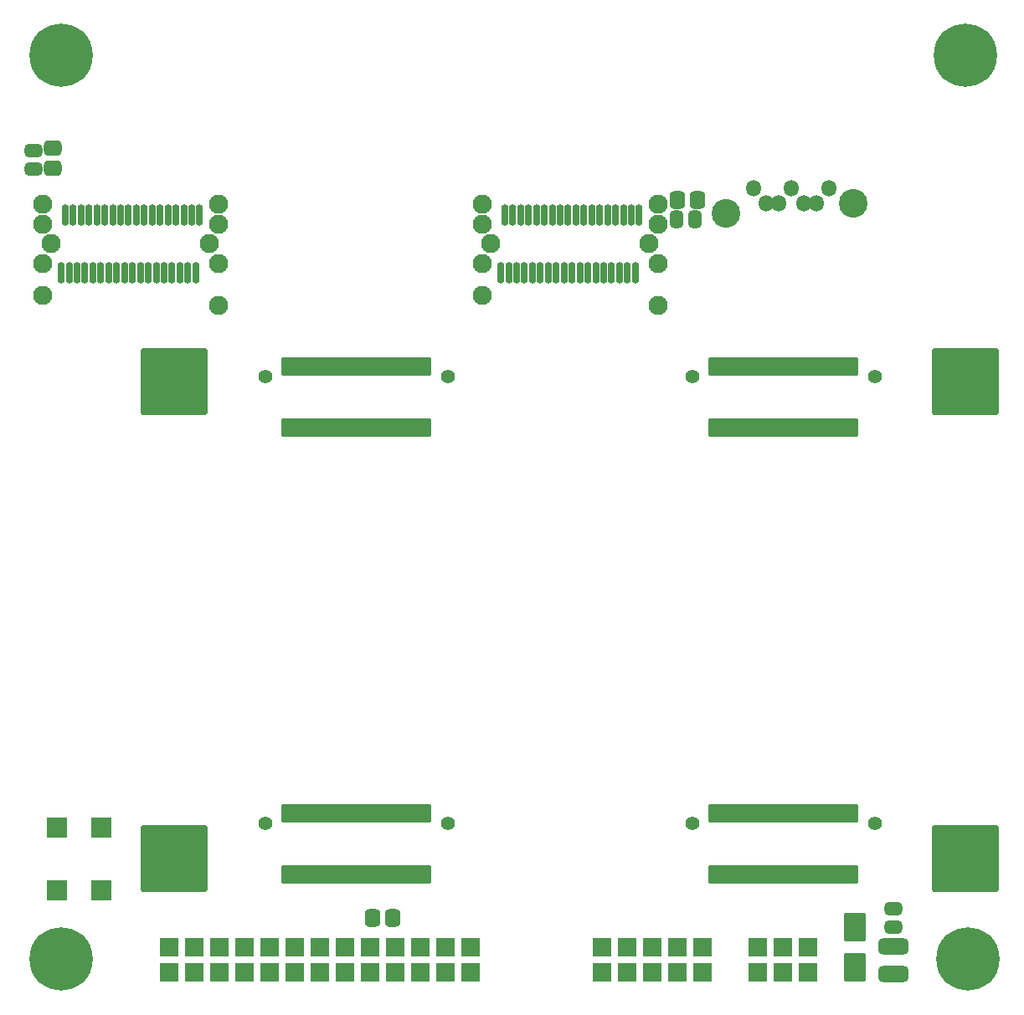
<source format=gbr>
%TF.GenerationSoftware,KiCad,Pcbnew,7.0.5.1-1-g8f565ef7f0-dirty-deb11*%
%TF.CreationDate,2023-07-22T00:16:10+00:00*%
%TF.ProjectId,MPPB01,4d505042-3031-42e6-9b69-6361645f7063,**%
%TF.SameCoordinates,Original*%
%TF.FileFunction,Soldermask,Bot*%
%TF.FilePolarity,Negative*%
%FSLAX46Y46*%
G04 Gerber Fmt 4.6, Leading zero omitted, Abs format (unit mm)*
G04 Created by KiCad (PCBNEW 7.0.5.1-1-g8f565ef7f0-dirty-deb11) date 2023-07-22 00:16:10*
%MOMM*%
%LPD*%
G01*
G04 APERTURE LIST*
G04 Aperture macros list*
%AMRoundRect*
0 Rectangle with rounded corners*
0 $1 Rounding radius*
0 $2 $3 $4 $5 $6 $7 $8 $9 X,Y pos of 4 corners*
0 Add a 4 corners polygon primitive as box body*
4,1,4,$2,$3,$4,$5,$6,$7,$8,$9,$2,$3,0*
0 Add four circle primitives for the rounded corners*
1,1,$1+$1,$2,$3*
1,1,$1+$1,$4,$5*
1,1,$1+$1,$6,$7*
1,1,$1+$1,$8,$9*
0 Add four rect primitives between the rounded corners*
20,1,$1+$1,$2,$3,$4,$5,0*
20,1,$1+$1,$4,$5,$6,$7,0*
20,1,$1+$1,$6,$7,$8,$9,0*
20,1,$1+$1,$8,$9,$2,$3,0*%
G04 Aperture macros list end*
%ADD10RoundRect,0.200000X-3.175000X-3.175000X3.175000X-3.175000X3.175000X3.175000X-3.175000X3.175000X0*%
%ADD11RoundRect,0.200000X-0.762000X0.762000X-0.762000X-0.762000X0.762000X-0.762000X0.762000X0.762000X0*%
%ADD12C,1.416000*%
%ADD13RoundRect,0.200000X-0.152400X-0.723900X0.152400X-0.723900X0.152400X0.723900X-0.152400X0.723900X0*%
%ADD14RoundRect,0.200000X0.152400X0.723900X-0.152400X0.723900X-0.152400X-0.723900X0.152400X-0.723900X0*%
%ADD15C,1.950000*%
%ADD16O,0.750000X2.200000*%
%ADD17O,1.500000X1.700000*%
%ADD18C,2.900000*%
%ADD19C,6.400000*%
%ADD20RoundRect,0.443750X0.456250X-0.243750X0.456250X0.243750X-0.456250X0.243750X-0.456250X-0.243750X0*%
%ADD21RoundRect,0.450000X-1.075000X0.375000X-1.075000X-0.375000X1.075000X-0.375000X1.075000X0.375000X0*%
%ADD22RoundRect,0.200000X-0.900000X1.250000X-0.900000X-1.250000X0.900000X-1.250000X0.900000X1.250000X0*%
%ADD23RoundRect,0.443750X0.243750X0.456250X-0.243750X0.456250X-0.243750X-0.456250X0.243750X-0.456250X0*%
%ADD24RoundRect,0.443750X-0.456250X0.243750X-0.456250X-0.243750X0.456250X-0.243750X0.456250X0.243750X0*%
%ADD25RoundRect,0.450000X0.350000X0.450000X-0.350000X0.450000X-0.350000X-0.450000X0.350000X-0.450000X0*%
%ADD26RoundRect,0.450000X-0.450000X0.350000X-0.450000X-0.350000X0.450000X-0.350000X0.450000X0.350000X0*%
%ADD27RoundRect,0.200000X-0.838200X0.838200X-0.838200X-0.838200X0.838200X-0.838200X0.838200X0.838200X0*%
%ADD28RoundRect,0.200000X0.762000X-0.762000X0.762000X0.762000X-0.762000X0.762000X-0.762000X-0.762000X0*%
G04 APERTURE END LIST*
D10*
%TO.C,MH1*%
X16510000Y63500000D03*
%TD*%
%TO.C,MH2*%
X96520000Y15240000D03*
%TD*%
%TO.C,MH3*%
X96520000Y63500000D03*
%TD*%
%TO.C,MH4*%
X16510000Y15240000D03*
%TD*%
D11*
%TO.C,P7*%
X46460000Y6310000D03*
X46460000Y3770000D03*
X43920000Y6310000D03*
X43920000Y3770000D03*
X41380000Y6310000D03*
X41380000Y3770000D03*
X38840000Y6310000D03*
X38840000Y3770000D03*
X36300000Y6310000D03*
X36300000Y3770000D03*
X33760000Y6310000D03*
X33760000Y3770000D03*
X31220000Y6310000D03*
X31220000Y3770000D03*
X28680000Y6310000D03*
X28680000Y3770000D03*
X26140000Y6310000D03*
X26140000Y3770000D03*
X23600000Y6310000D03*
X23600000Y3770000D03*
X21060000Y6310000D03*
X21060000Y3770000D03*
X18520000Y6310000D03*
X18520000Y3770000D03*
X15980000Y6310000D03*
X15980000Y3770000D03*
%TD*%
D12*
%TO.C,P1*%
X44165520Y64008000D03*
X25684480Y64008000D03*
D13*
X42179240Y65062100D03*
D14*
X42179240Y58889900D03*
D13*
X41678840Y65062100D03*
D14*
X41678840Y58889900D03*
D13*
X41178440Y65062100D03*
D14*
X41178440Y58889900D03*
D13*
X40678140Y65062100D03*
D14*
X40678140Y58889900D03*
D13*
X40177740Y65062100D03*
D14*
X40177740Y58889900D03*
D13*
X39677340Y65062100D03*
D14*
X39677340Y58889900D03*
D13*
X39176940Y65062100D03*
D14*
X39176940Y58889900D03*
D13*
X38676540Y65062100D03*
D14*
X38676540Y58889900D03*
D13*
X38176240Y65062100D03*
D14*
X38176240Y58889900D03*
D13*
X37675840Y65062100D03*
D14*
X37675840Y58889900D03*
D13*
X37175440Y65062100D03*
D14*
X37175440Y58889900D03*
D13*
X36675040Y65062100D03*
D14*
X36675040Y58889900D03*
D13*
X36174640Y65062100D03*
D14*
X36174640Y58889900D03*
D13*
X35674340Y65062100D03*
D14*
X35674340Y58889900D03*
D13*
X35173940Y65062100D03*
D14*
X35173940Y58889900D03*
D13*
X34673540Y65062100D03*
D14*
X34673540Y58889900D03*
D13*
X34173140Y65062100D03*
D14*
X34173140Y58889900D03*
D13*
X33672740Y65062100D03*
D14*
X33672740Y58889900D03*
D13*
X33172440Y65062100D03*
D14*
X33172440Y58889900D03*
D13*
X32672040Y65062100D03*
D14*
X32672040Y58889900D03*
D13*
X32171640Y65062100D03*
D14*
X32171640Y58889900D03*
D13*
X31671240Y65062100D03*
D14*
X31671240Y58889900D03*
D13*
X31170840Y65062100D03*
D14*
X31170840Y58889900D03*
D13*
X30670540Y65062100D03*
D14*
X30670540Y58889900D03*
D13*
X30170140Y65062100D03*
D14*
X30170140Y58889900D03*
D13*
X29669740Y65062100D03*
D14*
X29669740Y58889900D03*
D13*
X29169340Y65062100D03*
D14*
X29169340Y58889900D03*
D13*
X28668940Y65062100D03*
D14*
X28668940Y58889900D03*
D13*
X28168640Y65062100D03*
D14*
X28168640Y58889900D03*
D13*
X27668240Y65062100D03*
D14*
X27668240Y58889900D03*
%TD*%
D12*
%TO.C,P2*%
X87345520Y64008000D03*
X68864480Y64008000D03*
D13*
X85359240Y65062100D03*
D14*
X85359240Y58889900D03*
D13*
X84858840Y65062100D03*
D14*
X84858840Y58889900D03*
D13*
X84358440Y65062100D03*
D14*
X84358440Y58889900D03*
D13*
X83858140Y65062100D03*
D14*
X83858140Y58889900D03*
D13*
X83357740Y65062100D03*
D14*
X83357740Y58889900D03*
D13*
X82857340Y65062100D03*
D14*
X82857340Y58889900D03*
D13*
X82356940Y65062100D03*
D14*
X82356940Y58889900D03*
D13*
X81856540Y65062100D03*
D14*
X81856540Y58889900D03*
D13*
X81356240Y65062100D03*
D14*
X81356240Y58889900D03*
D13*
X80855840Y65062100D03*
D14*
X80855840Y58889900D03*
D13*
X80355440Y65062100D03*
D14*
X80355440Y58889900D03*
D13*
X79855040Y65062100D03*
D14*
X79855040Y58889900D03*
D13*
X79354640Y65062100D03*
D14*
X79354640Y58889900D03*
D13*
X78854340Y65062100D03*
D14*
X78854340Y58889900D03*
D13*
X78353940Y65062100D03*
D14*
X78353940Y58889900D03*
D13*
X77853540Y65062100D03*
D14*
X77853540Y58889900D03*
D13*
X77353140Y65062100D03*
D14*
X77353140Y58889900D03*
D13*
X76852740Y65062100D03*
D14*
X76852740Y58889900D03*
D13*
X76352440Y65062100D03*
D14*
X76352440Y58889900D03*
D13*
X75852040Y65062100D03*
D14*
X75852040Y58889900D03*
D13*
X75351640Y65062100D03*
D14*
X75351640Y58889900D03*
D13*
X74851240Y65062100D03*
D14*
X74851240Y58889900D03*
D13*
X74350840Y65062100D03*
D14*
X74350840Y58889900D03*
D13*
X73850540Y65062100D03*
D14*
X73850540Y58889900D03*
D13*
X73350140Y65062100D03*
D14*
X73350140Y58889900D03*
D13*
X72849740Y65062100D03*
D14*
X72849740Y58889900D03*
D13*
X72349340Y65062100D03*
D14*
X72349340Y58889900D03*
D13*
X71848940Y65062100D03*
D14*
X71848940Y58889900D03*
D13*
X71348640Y65062100D03*
D14*
X71348640Y58889900D03*
D13*
X70848240Y65062100D03*
D14*
X70848240Y58889900D03*
%TD*%
D12*
%TO.C,P3*%
X44165520Y18796000D03*
X25684480Y18796000D03*
D13*
X42179240Y19850100D03*
D14*
X42179240Y13677900D03*
D13*
X41678840Y19850100D03*
D14*
X41678840Y13677900D03*
D13*
X41178440Y19850100D03*
D14*
X41178440Y13677900D03*
D13*
X40678140Y19850100D03*
D14*
X40678140Y13677900D03*
D13*
X40177740Y19850100D03*
D14*
X40177740Y13677900D03*
D13*
X39677340Y19850100D03*
D14*
X39677340Y13677900D03*
D13*
X39176940Y19850100D03*
D14*
X39176940Y13677900D03*
D13*
X38676540Y19850100D03*
D14*
X38676540Y13677900D03*
D13*
X38176240Y19850100D03*
D14*
X38176240Y13677900D03*
D13*
X37675840Y19850100D03*
D14*
X37675840Y13677900D03*
D13*
X37175440Y19850100D03*
D14*
X37175440Y13677900D03*
D13*
X36675040Y19850100D03*
D14*
X36675040Y13677900D03*
D13*
X36174640Y19850100D03*
D14*
X36174640Y13677900D03*
D13*
X35674340Y19850100D03*
D14*
X35674340Y13677900D03*
D13*
X35173940Y19850100D03*
D14*
X35173940Y13677900D03*
D13*
X34673540Y19850100D03*
D14*
X34673540Y13677900D03*
D13*
X34173140Y19850100D03*
D14*
X34173140Y13677900D03*
D13*
X33672740Y19850100D03*
D14*
X33672740Y13677900D03*
D13*
X33172440Y19850100D03*
D14*
X33172440Y13677900D03*
D13*
X32672040Y19850100D03*
D14*
X32672040Y13677900D03*
D13*
X32171640Y19850100D03*
D14*
X32171640Y13677900D03*
D13*
X31671240Y19850100D03*
D14*
X31671240Y13677900D03*
D13*
X31170840Y19850100D03*
D14*
X31170840Y13677900D03*
D13*
X30670540Y19850100D03*
D14*
X30670540Y13677900D03*
D13*
X30170140Y19850100D03*
D14*
X30170140Y13677900D03*
D13*
X29669740Y19850100D03*
D14*
X29669740Y13677900D03*
D13*
X29169340Y19850100D03*
D14*
X29169340Y13677900D03*
D13*
X28668940Y19850100D03*
D14*
X28668940Y13677900D03*
D13*
X28168640Y19850100D03*
D14*
X28168640Y13677900D03*
D13*
X27668240Y19850100D03*
D14*
X27668240Y13677900D03*
%TD*%
D12*
%TO.C,P4*%
X87345520Y18796000D03*
X68864480Y18796000D03*
D13*
X85359240Y19850100D03*
D14*
X85359240Y13677900D03*
D13*
X84858840Y19850100D03*
D14*
X84858840Y13677900D03*
D13*
X84358440Y19850100D03*
D14*
X84358440Y13677900D03*
D13*
X83858140Y19850100D03*
D14*
X83858140Y13677900D03*
D13*
X83357740Y19850100D03*
D14*
X83357740Y13677900D03*
D13*
X82857340Y19850100D03*
D14*
X82857340Y13677900D03*
D13*
X82356940Y19850100D03*
D14*
X82356940Y13677900D03*
D13*
X81856540Y19850100D03*
D14*
X81856540Y13677900D03*
D13*
X81356240Y19850100D03*
D14*
X81356240Y13677900D03*
D13*
X80855840Y19850100D03*
D14*
X80855840Y13677900D03*
D13*
X80355440Y19850100D03*
D14*
X80355440Y13677900D03*
D13*
X79855040Y19850100D03*
D14*
X79855040Y13677900D03*
D13*
X79354640Y19850100D03*
D14*
X79354640Y13677900D03*
D13*
X78854340Y19850100D03*
D14*
X78854340Y13677900D03*
D13*
X78353940Y19850100D03*
D14*
X78353940Y13677900D03*
D13*
X77853540Y19850100D03*
D14*
X77853540Y13677900D03*
D13*
X77353140Y19850100D03*
D14*
X77353140Y13677900D03*
D13*
X76852740Y19850100D03*
D14*
X76852740Y13677900D03*
D13*
X76352440Y19850100D03*
D14*
X76352440Y13677900D03*
D13*
X75852040Y19850100D03*
D14*
X75852040Y13677900D03*
D13*
X75351640Y19850100D03*
D14*
X75351640Y13677900D03*
D13*
X74851240Y19850100D03*
D14*
X74851240Y13677900D03*
D13*
X74350840Y19850100D03*
D14*
X74350840Y13677900D03*
D13*
X73850540Y19850100D03*
D14*
X73850540Y13677900D03*
D13*
X73350140Y19850100D03*
D14*
X73350140Y13677900D03*
D13*
X72849740Y19850100D03*
D14*
X72849740Y13677900D03*
D13*
X72349340Y19850100D03*
D14*
X72349340Y13677900D03*
D13*
X71848940Y19850100D03*
D14*
X71848940Y13677900D03*
D13*
X71348640Y19850100D03*
D14*
X71348640Y13677900D03*
D13*
X70848240Y19850100D03*
D14*
X70848240Y13677900D03*
%TD*%
D15*
%TO.C,P5*%
X48515000Y77469995D03*
X64515000Y77469995D03*
X47615000Y72229995D03*
X47615000Y75469995D03*
X47615000Y79459995D03*
X47615000Y81489995D03*
X65415000Y71229995D03*
X65415000Y75469995D03*
X65415000Y79459995D03*
X65415000Y81489995D03*
D16*
X49915000Y80369995D03*
X50715000Y80369995D03*
X51515000Y80369995D03*
X52315000Y80369995D03*
X53115000Y80369995D03*
X53915000Y80369995D03*
X54715000Y80369995D03*
X55515000Y80369995D03*
X56315000Y80369995D03*
X57115000Y80369995D03*
X57915000Y80369995D03*
X58715000Y80369995D03*
X59515000Y80369995D03*
X60315000Y80369995D03*
X61115000Y80369995D03*
X61915000Y80369995D03*
X62715000Y80369995D03*
X63515000Y80369995D03*
X49515000Y74559995D03*
X50315000Y74559995D03*
X51115000Y74559995D03*
X51915000Y74559995D03*
X52715000Y74559995D03*
X53515000Y74559995D03*
X54315000Y74559995D03*
X55115000Y74559995D03*
X55915000Y74559995D03*
X56715000Y74559995D03*
X57515000Y74559995D03*
X58315000Y74559995D03*
X59115000Y74559995D03*
X59915000Y74559995D03*
X60715000Y74559995D03*
X61515000Y74559995D03*
X62315000Y74559995D03*
X63115000Y74559995D03*
%TD*%
D11*
%TO.C,P9*%
X75480000Y6310000D03*
X75480000Y3770000D03*
X78020000Y6310000D03*
X78020000Y3770000D03*
X80560000Y6310000D03*
X80560000Y3770000D03*
%TD*%
D15*
%TO.C,P6*%
X4065000Y77469995D03*
X20065000Y77469995D03*
X3165000Y72229995D03*
X3165000Y75469995D03*
X3165000Y79459995D03*
X3165000Y81489995D03*
X20965000Y71229995D03*
X20965000Y75469995D03*
X20965000Y79459995D03*
X20965000Y81489995D03*
D16*
X5465000Y80369995D03*
X6265000Y80369995D03*
X7065000Y80369995D03*
X7865000Y80369995D03*
X8665000Y80369995D03*
X9465000Y80369995D03*
X10265000Y80369995D03*
X11065000Y80369995D03*
X11865000Y80369995D03*
X12665000Y80369995D03*
X13465000Y80369995D03*
X14265000Y80369995D03*
X15065000Y80369995D03*
X15865000Y80369995D03*
X16665000Y80369995D03*
X17465000Y80369995D03*
X18265000Y80369995D03*
X19065000Y80369995D03*
X5065000Y74559995D03*
X5865000Y74559995D03*
X6665000Y74559995D03*
X7465000Y74559995D03*
X8265000Y74559995D03*
X9065000Y74559995D03*
X9865000Y74559995D03*
X10665000Y74559995D03*
X11465000Y74559995D03*
X12265000Y74559995D03*
X13065000Y74559995D03*
X13865000Y74559995D03*
X14665000Y74559995D03*
X15465000Y74559995D03*
X16265000Y74559995D03*
X17065000Y74559995D03*
X17865000Y74559995D03*
X18665000Y74559995D03*
%TD*%
D17*
%TO.C,P10*%
X82677000Y83058000D03*
X81407000Y81558000D03*
X80137000Y81558000D03*
X78867000Y83058000D03*
X77597000Y81558000D03*
X76327000Y81558000D03*
X75057000Y83058000D03*
D18*
X72307000Y80558000D03*
X85137000Y81558000D03*
%TD*%
D19*
%TO.C,MH5*%
X5080000Y96520000D03*
%TD*%
%TO.C,MH6*%
X96520000Y96520000D03*
%TD*%
%TO.C,MH8*%
X5080000Y5080000D03*
%TD*%
D20*
%TO.C,C1*%
X89220000Y8302500D03*
X89220000Y10177500D03*
%TD*%
D21*
%TO.C,C2*%
X89220000Y6340000D03*
X89220000Y3540000D03*
%TD*%
D22*
%TO.C,D1*%
X85320000Y8290000D03*
X85320000Y4290000D03*
%TD*%
D23*
%TO.C,C3*%
X69135000Y79970000D03*
X67260000Y79970000D03*
%TD*%
D24*
%TO.C,C4*%
X2240000Y86910000D03*
X2240000Y85035000D03*
%TD*%
D25*
%TO.C,R1*%
X69370000Y81940000D03*
X67370000Y81940000D03*
%TD*%
D26*
%TO.C,R2*%
X4230000Y87140000D03*
X4230000Y85140000D03*
%TD*%
D27*
%TO.C,SW1*%
X4608000Y18390000D03*
X4608000Y12090000D03*
X9108000Y18390000D03*
X9108000Y12090000D03*
%TD*%
D25*
%TO.C,R3*%
X38570000Y9290000D03*
X36570000Y9290000D03*
%TD*%
D19*
%TO.C,MH7*%
X96774000Y5080000D03*
%TD*%
D28*
%TO.C,P11*%
X69900000Y3770000D03*
X69900000Y6310000D03*
X67360000Y3770000D03*
X67360000Y6310000D03*
X64820000Y3770000D03*
X64820000Y6310000D03*
X62280000Y3770000D03*
X62280000Y6310000D03*
X59740000Y3770000D03*
X59740000Y6310000D03*
%TD*%
M02*

</source>
